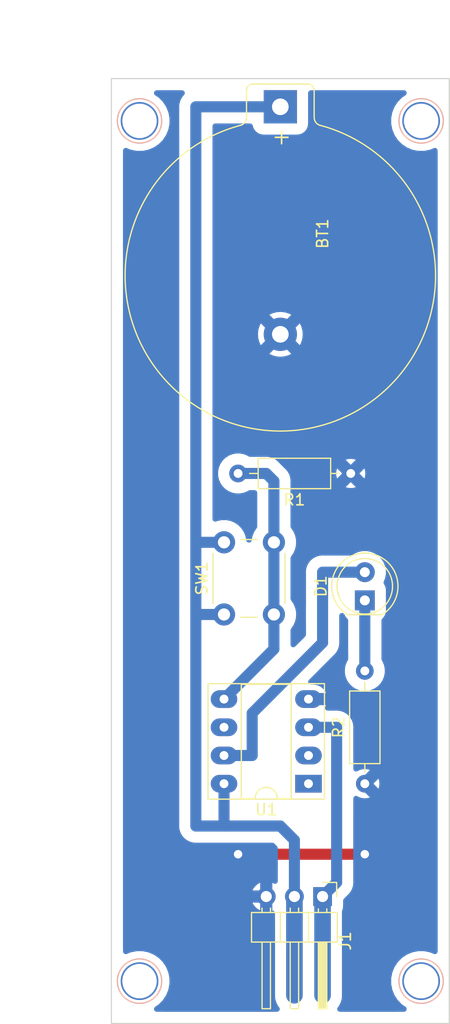
<source format=kicad_pcb>
(kicad_pcb (version 20171130) (host pcbnew 5.1.9-73d0e3b20d~88~ubuntu20.04.1)

  (general
    (thickness 1.6)
    (drawings 18)
    (tracks 37)
    (zones 0)
    (modules 7)
    (nets 10)
  )

  (page A4)
  (layers
    (0 F.Cu signal)
    (31 B.Cu signal)
    (32 B.Adhes user)
    (33 F.Adhes user)
    (34 B.Paste user)
    (35 F.Paste user)
    (36 B.SilkS user)
    (37 F.SilkS user)
    (38 B.Mask user)
    (39 F.Mask user)
    (40 Dwgs.User user)
    (41 Cmts.User user)
    (42 Eco1.User user)
    (43 Eco2.User user)
    (44 Edge.Cuts user)
    (45 Margin user)
    (46 B.CrtYd user)
    (47 F.CrtYd user)
    (48 B.Fab user)
    (49 F.Fab user)
  )

  (setup
    (last_trace_width 0.25)
    (user_trace_width 0.4)
    (user_trace_width 0.6)
    (user_trace_width 1)
    (user_trace_width 1.2)
    (trace_clearance 0.2)
    (zone_clearance 0.508)
    (zone_45_only no)
    (trace_min 0.2)
    (via_size 0.8)
    (via_drill 0.4)
    (via_min_size 0.4)
    (via_min_drill 0.3)
    (user_via 0.99 0.5)
    (user_via 1.524 0.76)
    (user_via 3.4 3.1)
    (user_via 4.4 4)
    (uvia_size 0.3)
    (uvia_drill 0.1)
    (uvias_allowed no)
    (uvia_min_size 0.2)
    (uvia_min_drill 0.1)
    (edge_width 0.05)
    (segment_width 0.2)
    (pcb_text_width 0.3)
    (pcb_text_size 1.5 1.5)
    (mod_edge_width 0.12)
    (mod_text_size 1 1)
    (mod_text_width 0.15)
    (pad_size 1.524 1.524)
    (pad_drill 0.762)
    (pad_to_mask_clearance 0.05)
    (aux_axis_origin 127 72.39)
    (grid_origin 127 72.39)
    (visible_elements FFFFFF7F)
    (pcbplotparams
      (layerselection 0x01000_ffffffff)
      (usegerberextensions false)
      (usegerberattributes true)
      (usegerberadvancedattributes true)
      (creategerberjobfile true)
      (excludeedgelayer true)
      (linewidth 0.100000)
      (plotframeref false)
      (viasonmask false)
      (mode 1)
      (useauxorigin false)
      (hpglpennumber 1)
      (hpglpenspeed 20)
      (hpglpendiameter 15.000000)
      (psnegative false)
      (psa4output false)
      (plotreference true)
      (plotvalue true)
      (plotinvisibletext false)
      (padsonsilk false)
      (subtractmaskfromsilk false)
      (outputformat 1)
      (mirror false)
      (drillshape 0)
      (scaleselection 1)
      (outputdirectory ""))
  )

  (net 0 "")
  (net 1 GND)
  (net 2 VCC)
  (net 3 "Net-(D1-Pad1)")
  (net 4 "Net-(D1-Pad2)")
  (net 5 /S)
  (net 6 "Net-(R1-Pad2)")
  (net 7 "Net-(U1-Pad1)")
  (net 8 "Net-(U1-Pad2)")
  (net 9 "Net-(U1-Pad6)")

  (net_class Default "Esta es la clase de red por defecto."
    (clearance 0.2)
    (trace_width 0.25)
    (via_dia 0.8)
    (via_drill 0.4)
    (uvia_dia 0.3)
    (uvia_drill 0.1)
    (add_net /S)
    (add_net GND)
    (add_net "Net-(D1-Pad1)")
    (add_net "Net-(D1-Pad2)")
    (add_net "Net-(R1-Pad2)")
    (add_net "Net-(U1-Pad1)")
    (add_net "Net-(U1-Pad2)")
    (add_net "Net-(U1-Pad6)")
    (add_net VCC)
  )

  (module Connector_PinHeader_2.54mm:PinHeader_1x03_P2.54mm_Horizontal (layer F.Cu) (tedit 59FED5CB) (tstamp 5FEAFA53)
    (at 146.05 146.05 270)
    (descr "Through hole angled pin header, 1x03, 2.54mm pitch, 6mm pin length, single row")
    (tags "Through hole angled pin header THT 1x03 2.54mm single row")
    (path /5FEA4EB7)
    (fp_text reference J1 (at 4 -2.05 90) (layer F.SilkS)
      (effects (font (size 1 1) (thickness 0.15)))
    )
    (fp_text value KY005 (at 4 7.62 90) (layer F.Fab)
      (effects (font (size 1 1) (thickness 0.15)))
    )
    (fp_line (start 2.135 -1.27) (end 4.04 -1.27) (layer F.Fab) (width 0.1))
    (fp_line (start 4.04 -1.27) (end 4.04 6.35) (layer F.Fab) (width 0.1))
    (fp_line (start 4.04 6.35) (end 1.5 6.35) (layer F.Fab) (width 0.1))
    (fp_line (start 1.5 6.35) (end 1.5 -0.635) (layer F.Fab) (width 0.1))
    (fp_line (start 1.5 -0.635) (end 2.135 -1.27) (layer F.Fab) (width 0.1))
    (fp_line (start -0.32 -0.32) (end 1.5 -0.32) (layer F.Fab) (width 0.1))
    (fp_line (start -0.32 -0.32) (end -0.32 0.32) (layer F.Fab) (width 0.1))
    (fp_line (start -0.32 0.32) (end 1.5 0.32) (layer F.Fab) (width 0.1))
    (fp_line (start 4.04 -0.32) (end 10.04 -0.32) (layer F.Fab) (width 0.1))
    (fp_line (start 10.04 -0.32) (end 10.04 0.32) (layer F.Fab) (width 0.1))
    (fp_line (start 4.04 0.32) (end 10.04 0.32) (layer F.Fab) (width 0.1))
    (fp_line (start -0.32 2.22) (end 1.5 2.22) (layer F.Fab) (width 0.1))
    (fp_line (start -0.32 2.22) (end -0.32 2.86) (layer F.Fab) (width 0.1))
    (fp_line (start -0.32 2.86) (end 1.5 2.86) (layer F.Fab) (width 0.1))
    (fp_line (start 4.04 2.22) (end 10.04 2.22) (layer F.Fab) (width 0.1))
    (fp_line (start 10.04 2.22) (end 10.04 2.86) (layer F.Fab) (width 0.1))
    (fp_line (start 4.04 2.86) (end 10.04 2.86) (layer F.Fab) (width 0.1))
    (fp_line (start -0.32 4.76) (end 1.5 4.76) (layer F.Fab) (width 0.1))
    (fp_line (start -0.32 4.76) (end -0.32 5.4) (layer F.Fab) (width 0.1))
    (fp_line (start -0.32 5.4) (end 1.5 5.4) (layer F.Fab) (width 0.1))
    (fp_line (start 4.04 4.76) (end 10.04 4.76) (layer F.Fab) (width 0.1))
    (fp_line (start 10.04 4.76) (end 10.04 5.4) (layer F.Fab) (width 0.1))
    (fp_line (start 4.04 5.4) (end 10.04 5.4) (layer F.Fab) (width 0.1))
    (fp_line (start 1.44 -1.33) (end 1.44 6.41) (layer F.SilkS) (width 0.12))
    (fp_line (start 1.44 6.41) (end 4.1 6.41) (layer F.SilkS) (width 0.12))
    (fp_line (start 4.1 6.41) (end 4.1 -1.33) (layer F.SilkS) (width 0.12))
    (fp_line (start 4.1 -1.33) (end 1.44 -1.33) (layer F.SilkS) (width 0.12))
    (fp_line (start 4.1 -0.38) (end 10.1 -0.38) (layer F.SilkS) (width 0.12))
    (fp_line (start 10.1 -0.38) (end 10.1 0.38) (layer F.SilkS) (width 0.12))
    (fp_line (start 10.1 0.38) (end 4.1 0.38) (layer F.SilkS) (width 0.12))
    (fp_line (start 4.1 -0.32) (end 10.1 -0.32) (layer F.SilkS) (width 0.12))
    (fp_line (start 4.1 -0.2) (end 10.1 -0.2) (layer F.SilkS) (width 0.12))
    (fp_line (start 4.1 -0.08) (end 10.1 -0.08) (layer F.SilkS) (width 0.12))
    (fp_line (start 4.1 0.04) (end 10.1 0.04) (layer F.SilkS) (width 0.12))
    (fp_line (start 4.1 0.16) (end 10.1 0.16) (layer F.SilkS) (width 0.12))
    (fp_line (start 4.1 0.28) (end 10.1 0.28) (layer F.SilkS) (width 0.12))
    (fp_line (start 1.11 -0.38) (end 1.44 -0.38) (layer F.SilkS) (width 0.12))
    (fp_line (start 1.11 0.38) (end 1.44 0.38) (layer F.SilkS) (width 0.12))
    (fp_line (start 1.44 1.27) (end 4.1 1.27) (layer F.SilkS) (width 0.12))
    (fp_line (start 4.1 2.16) (end 10.1 2.16) (layer F.SilkS) (width 0.12))
    (fp_line (start 10.1 2.16) (end 10.1 2.92) (layer F.SilkS) (width 0.12))
    (fp_line (start 10.1 2.92) (end 4.1 2.92) (layer F.SilkS) (width 0.12))
    (fp_line (start 1.042929 2.16) (end 1.44 2.16) (layer F.SilkS) (width 0.12))
    (fp_line (start 1.042929 2.92) (end 1.44 2.92) (layer F.SilkS) (width 0.12))
    (fp_line (start 1.44 3.81) (end 4.1 3.81) (layer F.SilkS) (width 0.12))
    (fp_line (start 4.1 4.7) (end 10.1 4.7) (layer F.SilkS) (width 0.12))
    (fp_line (start 10.1 4.7) (end 10.1 5.46) (layer F.SilkS) (width 0.12))
    (fp_line (start 10.1 5.46) (end 4.1 5.46) (layer F.SilkS) (width 0.12))
    (fp_line (start 1.042929 4.7) (end 1.44 4.7) (layer F.SilkS) (width 0.12))
    (fp_line (start 1.042929 5.46) (end 1.44 5.46) (layer F.SilkS) (width 0.12))
    (fp_line (start -1.27 0) (end -1.27 -1.27) (layer F.SilkS) (width 0.12))
    (fp_line (start -1.27 -1.27) (end 0 -1.27) (layer F.SilkS) (width 0.12))
    (fp_line (start -1.8 -1.8) (end -1.8 6.85) (layer F.CrtYd) (width 0.05))
    (fp_line (start -1.8 6.85) (end 10.55 6.85) (layer F.CrtYd) (width 0.05))
    (fp_line (start 10.55 6.85) (end 10.55 -1.8) (layer F.CrtYd) (width 0.05))
    (fp_line (start 10.55 -1.8) (end -1.8 -1.8) (layer F.CrtYd) (width 0.05))
    (fp_text user %R (at 2.54 4.5) (layer F.Fab)
      (effects (font (size 1 1) (thickness 0.15)))
    )
    (pad 3 thru_hole oval (at 0 5.08 270) (size 1.7 1.7) (drill 1) (layers *.Cu *.Mask)
      (net 1 GND))
    (pad 2 thru_hole oval (at 0 2.54 270) (size 1.7 1.7) (drill 1) (layers *.Cu *.Mask)
      (net 2 VCC))
    (pad 1 thru_hole rect (at 0 0 270) (size 1.7 1.7) (drill 1) (layers *.Cu *.Mask)
      (net 5 /S))
    (model ${KISYS3DMOD}/Connector_PinHeader_2.54mm.3dshapes/PinHeader_1x03_P2.54mm_Horizontal.wrl
      (at (xyz 0 0 0))
      (scale (xyz 1 1 1))
      (rotate (xyz 0 0 0))
    )
  )

  (module Battery:BatteryHolder_Keystone_106_1x20mm (layer F.Cu) (tedit 5787C377) (tstamp 5FEAFA0C)
    (at 142.24 74.93 270)
    (descr http://www.keyelco.com/product-pdf.cfm?p=720)
    (tags "Keystone type 106 battery holder")
    (path /5FEB3833)
    (fp_text reference BT1 (at 11.43 -3.81 90) (layer F.SilkS)
      (effects (font (size 1 1) (thickness 0.15)))
    )
    (fp_text value Battery_Cell (at 15.24 -7.62 90) (layer F.Fab)
      (effects (font (size 1 1) (thickness 0.15)))
    )
    (fp_line (start 0.95 -3.05) (end -1.5 -3.05) (layer F.SilkS) (width 0.12))
    (fp_line (start -1.5 3.05) (end 0.95 3.05) (layer F.SilkS) (width 0.12))
    (fp_line (start -2.05 -2.5) (end -2.05 2.5) (layer F.SilkS) (width 0.12))
    (fp_line (start 0.95 -2.9) (end -1.5 -2.9) (layer F.Fab) (width 0.1))
    (fp_line (start -1.5 2.9) (end 0.95 2.9) (layer F.Fab) (width 0.1))
    (fp_line (start -2.3 -2.5) (end -2.3 2.5) (layer F.CrtYd) (width 0.05))
    (fp_line (start 0.95 -3.3) (end -1.5 -3.3) (layer F.CrtYd) (width 0.05))
    (fp_line (start -1.5 3.3) (end 0.95 3.3) (layer F.CrtYd) (width 0.05))
    (fp_line (start -1.9 -2.5) (end -1.9 2.5) (layer F.Fab) (width 0.1))
    (fp_line (start 0 1.3) (end 16.2 1.3) (layer F.Fab) (width 0.1))
    (fp_line (start 16.2 -1.3) (end 0 -1.3) (layer F.Fab) (width 0.1))
    (fp_line (start 0 -1.3) (end 0 1.3) (layer F.Fab) (width 0.1))
    (fp_line (start 22.6441 6.858) (end 25.35 9.3734) (layer F.Fab) (width 0.1))
    (fp_line (start 22.6568 -6.858) (end 25.3419 -9.4288) (layer F.Fab) (width 0.1))
    (fp_arc (start -1.5 -2.5) (end -1.9 -2.5) (angle 90) (layer F.Fab) (width 0.1))
    (fp_arc (start -1.5 2.5) (end -2.3 2.5) (angle -90) (layer F.CrtYd) (width 0.05))
    (fp_arc (start 16.2 0) (end 16.2 -1.3) (angle 180) (layer F.Fab) (width 0.1))
    (fp_arc (start 0.95 -3.8) (end 0.95 -3.3) (angle -70) (layer F.CrtYd) (width 0.05))
    (fp_arc (start 15.2 0) (end 5.18 -1.3) (angle 180) (layer F.Fab) (width 0.1))
    (fp_arc (start 15.2 0) (end 9 -1.3) (angle 170) (layer F.Fab) (width 0.1))
    (fp_arc (start 15.2 0) (end 13.3 -1.3) (angle 150) (layer F.Fab) (width 0.1))
    (fp_arc (start 15.2 0) (end 13.3 1.3) (angle -150) (layer F.Fab) (width 0.1))
    (fp_arc (start 15.2 0) (end 9 1.3) (angle -170) (layer F.Fab) (width 0.1))
    (fp_arc (start 15.2 0) (end 5.18 1.3) (angle -180) (layer F.Fab) (width 0.1))
    (fp_arc (start 15.2 0) (end 1.41 -3.6) (angle 165.5) (layer F.CrtYd) (width 0.05))
    (fp_arc (start 15.2 0) (end 1.41 3.6) (angle -165.5) (layer F.CrtYd) (width 0.05))
    (fp_arc (start 0.95 3.8) (end 0.95 3.3) (angle 70) (layer F.CrtYd) (width 0.05))
    (fp_arc (start -1.5 -2.5) (end -2.3 -2.5) (angle 90) (layer F.CrtYd) (width 0.05))
    (fp_arc (start -1.5 2.5) (end -1.9 2.5) (angle -90) (layer F.Fab) (width 0.1))
    (fp_arc (start -1.5 2.5) (end -2.05 2.5) (angle -90) (layer F.SilkS) (width 0.12))
    (fp_arc (start -1.5 -2.5) (end -2.05 -2.5) (angle 90) (layer F.SilkS) (width 0.12))
    (fp_arc (start 0.95 -3.8) (end 0.95 -2.9) (angle -70) (layer F.Fab) (width 0.1))
    (fp_arc (start 0.95 -3.8) (end 0.95 -3.05) (angle -70) (layer F.SilkS) (width 0.12))
    (fp_arc (start 0.95 3.8) (end 0.95 2.9) (angle 70) (layer F.Fab) (width 0.1))
    (fp_arc (start 0.95 3.8) (end 0.95 3.05) (angle 70) (layer F.SilkS) (width 0.12))
    (fp_arc (start 15.2 0) (end 1.8 -3.5) (angle 165.5) (layer F.Fab) (width 0.1))
    (fp_arc (start 15.2 0) (end 1.65 -3.52) (angle 165.5) (layer F.SilkS) (width 0.12))
    (fp_arc (start 15.2 0) (end 1.8 3.5) (angle -165.5) (layer F.Fab) (width 0.1))
    (fp_arc (start 15.2 0) (end 1.65 3.52) (angle -165.5) (layer F.SilkS) (width 0.12))
    (fp_text user %R (at 0 0 90) (layer F.Fab)
      (effects (font (size 1 1) (thickness 0.15)))
    )
    (fp_text user + (at 2.75 0 90) (layer F.SilkS)
      (effects (font (size 1.5 1.5) (thickness 0.15)))
    )
    (pad 1 thru_hole rect (at 0 0 270) (size 3 3) (drill 1.5) (layers *.Cu *.Mask)
      (net 2 VCC))
    (pad 2 thru_hole circle (at 20.49 0 270) (size 3 3) (drill 1.5) (layers *.Cu *.Mask)
      (net 1 GND))
    (model ${KISYS3DMOD}/Battery.3dshapes/BatteryHolder_Keystone_106_1x20mm.wrl
      (at (xyz 0 0 0))
      (scale (xyz 1 1 1))
      (rotate (xyz 0 0 0))
    )
  )

  (module LED_THT:LED_D5.0mm (layer F.Cu) (tedit 5995936A) (tstamp 5FEAFA1E)
    (at 149.86 119.38 90)
    (descr "LED, diameter 5.0mm, 2 pins, http://cdn-reichelt.de/documents/datenblatt/A500/LL-504BC2E-009.pdf")
    (tags "LED diameter 5.0mm 2 pins")
    (path /5FEA59AB)
    (fp_text reference D1 (at 1.27 -3.96 90) (layer F.SilkS)
      (effects (font (size 1 1) (thickness 0.15)))
    )
    (fp_text value LED (at 1.27 3.96 90) (layer F.Fab)
      (effects (font (size 1 1) (thickness 0.15)))
    )
    (fp_circle (center 1.27 0) (end 3.77 0) (layer F.Fab) (width 0.1))
    (fp_circle (center 1.27 0) (end 3.77 0) (layer F.SilkS) (width 0.12))
    (fp_line (start -1.23 -1.469694) (end -1.23 1.469694) (layer F.Fab) (width 0.1))
    (fp_line (start -1.29 -1.545) (end -1.29 1.545) (layer F.SilkS) (width 0.12))
    (fp_line (start -1.95 -3.25) (end -1.95 3.25) (layer F.CrtYd) (width 0.05))
    (fp_line (start -1.95 3.25) (end 4.5 3.25) (layer F.CrtYd) (width 0.05))
    (fp_line (start 4.5 3.25) (end 4.5 -3.25) (layer F.CrtYd) (width 0.05))
    (fp_line (start 4.5 -3.25) (end -1.95 -3.25) (layer F.CrtYd) (width 0.05))
    (fp_text user %R (at 1.25 0 90) (layer F.Fab)
      (effects (font (size 0.8 0.8) (thickness 0.2)))
    )
    (fp_arc (start 1.27 0) (end -1.29 1.54483) (angle -148.9) (layer F.SilkS) (width 0.12))
    (fp_arc (start 1.27 0) (end -1.29 -1.54483) (angle 148.9) (layer F.SilkS) (width 0.12))
    (fp_arc (start 1.27 0) (end -1.23 -1.469694) (angle 299.1) (layer F.Fab) (width 0.1))
    (pad 2 thru_hole circle (at 2.54 0 90) (size 1.8 1.8) (drill 0.9) (layers *.Cu *.Mask)
      (net 4 "Net-(D1-Pad2)"))
    (pad 1 thru_hole rect (at 0 0 90) (size 1.8 1.8) (drill 0.9) (layers *.Cu *.Mask)
      (net 3 "Net-(D1-Pad1)"))
    (model ${KISYS3DMOD}/LED_THT.3dshapes/LED_D5.0mm.wrl
      (at (xyz 0 0 0))
      (scale (xyz 1 1 1))
      (rotate (xyz 0 0 0))
    )
  )

  (module Resistor_THT:R_Axial_DIN0207_L6.3mm_D2.5mm_P10.16mm_Horizontal (layer F.Cu) (tedit 5AE5139B) (tstamp 5FEAFEC5)
    (at 148.59 107.95 180)
    (descr "Resistor, Axial_DIN0207 series, Axial, Horizontal, pin pitch=10.16mm, 0.25W = 1/4W, length*diameter=6.3*2.5mm^2, http://cdn-reichelt.de/documents/datenblatt/B400/1_4W%23YAG.pdf")
    (tags "Resistor Axial_DIN0207 series Axial Horizontal pin pitch 10.16mm 0.25W = 1/4W length 6.3mm diameter 2.5mm")
    (path /5FEA21F5)
    (fp_text reference R1 (at 5.08 -2.37) (layer F.SilkS)
      (effects (font (size 1 1) (thickness 0.15)))
    )
    (fp_text value 10K (at 5.08 2.37) (layer F.Fab)
      (effects (font (size 1 1) (thickness 0.15)))
    )
    (fp_line (start 11.21 -1.5) (end -1.05 -1.5) (layer F.CrtYd) (width 0.05))
    (fp_line (start 11.21 1.5) (end 11.21 -1.5) (layer F.CrtYd) (width 0.05))
    (fp_line (start -1.05 1.5) (end 11.21 1.5) (layer F.CrtYd) (width 0.05))
    (fp_line (start -1.05 -1.5) (end -1.05 1.5) (layer F.CrtYd) (width 0.05))
    (fp_line (start 9.12 0) (end 8.35 0) (layer F.SilkS) (width 0.12))
    (fp_line (start 1.04 0) (end 1.81 0) (layer F.SilkS) (width 0.12))
    (fp_line (start 8.35 -1.37) (end 1.81 -1.37) (layer F.SilkS) (width 0.12))
    (fp_line (start 8.35 1.37) (end 8.35 -1.37) (layer F.SilkS) (width 0.12))
    (fp_line (start 1.81 1.37) (end 8.35 1.37) (layer F.SilkS) (width 0.12))
    (fp_line (start 1.81 -1.37) (end 1.81 1.37) (layer F.SilkS) (width 0.12))
    (fp_line (start 10.16 0) (end 8.23 0) (layer F.Fab) (width 0.1))
    (fp_line (start 0 0) (end 1.93 0) (layer F.Fab) (width 0.1))
    (fp_line (start 8.23 -1.25) (end 1.93 -1.25) (layer F.Fab) (width 0.1))
    (fp_line (start 8.23 1.25) (end 8.23 -1.25) (layer F.Fab) (width 0.1))
    (fp_line (start 1.93 1.25) (end 8.23 1.25) (layer F.Fab) (width 0.1))
    (fp_line (start 1.93 -1.25) (end 1.93 1.25) (layer F.Fab) (width 0.1))
    (fp_text user %R (at 5.08 0.154999) (layer F.Fab)
      (effects (font (size 1 1) (thickness 0.15)))
    )
    (pad 1 thru_hole circle (at 0 0 180) (size 1.6 1.6) (drill 0.8) (layers *.Cu *.Mask)
      (net 1 GND))
    (pad 2 thru_hole oval (at 10.16 0 180) (size 1.6 1.6) (drill 0.8) (layers *.Cu *.Mask)
      (net 6 "Net-(R1-Pad2)"))
    (model ${KISYS3DMOD}/Resistor_THT.3dshapes/R_Axial_DIN0207_L6.3mm_D2.5mm_P10.16mm_Horizontal.wrl
      (at (xyz 0 0 0))
      (scale (xyz 1 1 1))
      (rotate (xyz 0 0 0))
    )
  )

  (module Resistor_THT:R_Axial_DIN0207_L6.3mm_D2.5mm_P10.16mm_Horizontal (layer F.Cu) (tedit 5AE5139B) (tstamp 5FEAFA81)
    (at 149.86 135.89 90)
    (descr "Resistor, Axial_DIN0207 series, Axial, Horizontal, pin pitch=10.16mm, 0.25W = 1/4W, length*diameter=6.3*2.5mm^2, http://cdn-reichelt.de/documents/datenblatt/B400/1_4W%23YAG.pdf")
    (tags "Resistor Axial_DIN0207 series Axial Horizontal pin pitch 10.16mm 0.25W = 1/4W length 6.3mm diameter 2.5mm")
    (path /5FEA2489)
    (fp_text reference R2 (at 5.08 -2.37 90) (layer F.SilkS)
      (effects (font (size 1 1) (thickness 0.15)))
    )
    (fp_text value 220Ohm (at 5.08 2.37 90) (layer F.Fab)
      (effects (font (size 1 1) (thickness 0.15)))
    )
    (fp_line (start 11.21 -1.5) (end -1.05 -1.5) (layer F.CrtYd) (width 0.05))
    (fp_line (start 11.21 1.5) (end 11.21 -1.5) (layer F.CrtYd) (width 0.05))
    (fp_line (start -1.05 1.5) (end 11.21 1.5) (layer F.CrtYd) (width 0.05))
    (fp_line (start -1.05 -1.5) (end -1.05 1.5) (layer F.CrtYd) (width 0.05))
    (fp_line (start 9.12 0) (end 8.35 0) (layer F.SilkS) (width 0.12))
    (fp_line (start 1.04 0) (end 1.81 0) (layer F.SilkS) (width 0.12))
    (fp_line (start 8.35 -1.37) (end 1.81 -1.37) (layer F.SilkS) (width 0.12))
    (fp_line (start 8.35 1.37) (end 8.35 -1.37) (layer F.SilkS) (width 0.12))
    (fp_line (start 1.81 1.37) (end 8.35 1.37) (layer F.SilkS) (width 0.12))
    (fp_line (start 1.81 -1.37) (end 1.81 1.37) (layer F.SilkS) (width 0.12))
    (fp_line (start 10.16 0) (end 8.23 0) (layer F.Fab) (width 0.1))
    (fp_line (start 0 0) (end 1.93 0) (layer F.Fab) (width 0.1))
    (fp_line (start 8.23 -1.25) (end 1.93 -1.25) (layer F.Fab) (width 0.1))
    (fp_line (start 8.23 1.25) (end 8.23 -1.25) (layer F.Fab) (width 0.1))
    (fp_line (start 1.93 1.25) (end 8.23 1.25) (layer F.Fab) (width 0.1))
    (fp_line (start 1.93 -1.25) (end 1.93 1.25) (layer F.Fab) (width 0.1))
    (fp_text user %R (at 5.08 0 90) (layer F.Fab)
      (effects (font (size 1 1) (thickness 0.15)))
    )
    (pad 1 thru_hole circle (at 0 0 90) (size 1.6 1.6) (drill 0.8) (layers *.Cu *.Mask)
      (net 1 GND))
    (pad 2 thru_hole oval (at 10.16 0 90) (size 1.6 1.6) (drill 0.8) (layers *.Cu *.Mask)
      (net 3 "Net-(D1-Pad1)"))
    (model ${KISYS3DMOD}/Resistor_THT.3dshapes/R_Axial_DIN0207_L6.3mm_D2.5mm_P10.16mm_Horizontal.wrl
      (at (xyz 0 0 0))
      (scale (xyz 1 1 1))
      (rotate (xyz 0 0 0))
    )
  )

  (module Button_Switch_THT:SW_PUSH_6mm_H13mm (layer F.Cu) (tedit 5A02FE31) (tstamp 5FEAFAA0)
    (at 137.16 120.65 90)
    (descr "tactile push button, 6x6mm e.g. PHAP33xx series, height=13mm")
    (tags "tact sw push 6mm")
    (path /5FEA2A00)
    (fp_text reference SW1 (at 3.25 -2 90) (layer F.SilkS)
      (effects (font (size 1 1) (thickness 0.15)))
    )
    (fp_text value SW_Push (at 3.75 6.7 90) (layer F.Fab)
      (effects (font (size 1 1) (thickness 0.15)))
    )
    (fp_line (start 3.25 -0.75) (end 6.25 -0.75) (layer F.Fab) (width 0.1))
    (fp_line (start 6.25 -0.75) (end 6.25 5.25) (layer F.Fab) (width 0.1))
    (fp_line (start 6.25 5.25) (end 0.25 5.25) (layer F.Fab) (width 0.1))
    (fp_line (start 0.25 5.25) (end 0.25 -0.75) (layer F.Fab) (width 0.1))
    (fp_line (start 0.25 -0.75) (end 3.25 -0.75) (layer F.Fab) (width 0.1))
    (fp_line (start 7.75 6) (end 8 6) (layer F.CrtYd) (width 0.05))
    (fp_line (start 8 6) (end 8 5.75) (layer F.CrtYd) (width 0.05))
    (fp_line (start 7.75 -1.5) (end 8 -1.5) (layer F.CrtYd) (width 0.05))
    (fp_line (start 8 -1.5) (end 8 -1.25) (layer F.CrtYd) (width 0.05))
    (fp_line (start -1.5 -1.25) (end -1.5 -1.5) (layer F.CrtYd) (width 0.05))
    (fp_line (start -1.5 -1.5) (end -1.25 -1.5) (layer F.CrtYd) (width 0.05))
    (fp_line (start -1.5 5.75) (end -1.5 6) (layer F.CrtYd) (width 0.05))
    (fp_line (start -1.5 6) (end -1.25 6) (layer F.CrtYd) (width 0.05))
    (fp_line (start -1.25 -1.5) (end 7.75 -1.5) (layer F.CrtYd) (width 0.05))
    (fp_line (start -1.5 5.75) (end -1.5 -1.25) (layer F.CrtYd) (width 0.05))
    (fp_line (start 7.75 6) (end -1.25 6) (layer F.CrtYd) (width 0.05))
    (fp_line (start 8 -1.25) (end 8 5.75) (layer F.CrtYd) (width 0.05))
    (fp_line (start 1 5.5) (end 5.5 5.5) (layer F.SilkS) (width 0.12))
    (fp_line (start -0.25 1.5) (end -0.25 3) (layer F.SilkS) (width 0.12))
    (fp_line (start 5.5 -1) (end 1 -1) (layer F.SilkS) (width 0.12))
    (fp_line (start 6.75 3) (end 6.75 1.5) (layer F.SilkS) (width 0.12))
    (fp_circle (center 3.25 2.25) (end 1.25 2.5) (layer F.Fab) (width 0.1))
    (fp_text user %R (at 3.25 2.25 90) (layer F.Fab)
      (effects (font (size 1 1) (thickness 0.15)))
    )
    (pad 1 thru_hole circle (at 6.5 0 180) (size 2 2) (drill 1.1) (layers *.Cu *.Mask)
      (net 2 VCC))
    (pad 2 thru_hole circle (at 6.5 4.5 180) (size 2 2) (drill 1.1) (layers *.Cu *.Mask)
      (net 6 "Net-(R1-Pad2)"))
    (pad 1 thru_hole circle (at 0 0 180) (size 2 2) (drill 1.1) (layers *.Cu *.Mask)
      (net 2 VCC))
    (pad 2 thru_hole circle (at 0 4.5 180) (size 2 2) (drill 1.1) (layers *.Cu *.Mask)
      (net 6 "Net-(R1-Pad2)"))
    (model ${KISYS3DMOD}/Button_Switch_THT.3dshapes/SW_PUSH_6mm_H4.3mm.step
      (at (xyz 0 0 0))
      (scale (xyz 1 1 1))
      (rotate (xyz 0 0 0))
    )
  )

  (module Package_DIP:DIP-8_W7.62mm_Socket_LongPads (layer F.Cu) (tedit 5A02E8C5) (tstamp 5FEAFAC4)
    (at 144.78 135.89 180)
    (descr "8-lead though-hole mounted DIP package, row spacing 7.62 mm (300 mils), Socket, LongPads")
    (tags "THT DIP DIL PDIP 2.54mm 7.62mm 300mil Socket LongPads")
    (path /5FEA0327)
    (fp_text reference U1 (at 3.81 -2.33) (layer F.SilkS)
      (effects (font (size 1 1) (thickness 0.15)))
    )
    (fp_text value ATtiny85V-10SU (at 3.81 9.95) (layer F.Fab)
      (effects (font (size 1 1) (thickness 0.15)))
    )
    (fp_line (start 1.635 -1.27) (end 6.985 -1.27) (layer F.Fab) (width 0.1))
    (fp_line (start 6.985 -1.27) (end 6.985 8.89) (layer F.Fab) (width 0.1))
    (fp_line (start 6.985 8.89) (end 0.635 8.89) (layer F.Fab) (width 0.1))
    (fp_line (start 0.635 8.89) (end 0.635 -0.27) (layer F.Fab) (width 0.1))
    (fp_line (start 0.635 -0.27) (end 1.635 -1.27) (layer F.Fab) (width 0.1))
    (fp_line (start -1.27 -1.33) (end -1.27 8.95) (layer F.Fab) (width 0.1))
    (fp_line (start -1.27 8.95) (end 8.89 8.95) (layer F.Fab) (width 0.1))
    (fp_line (start 8.89 8.95) (end 8.89 -1.33) (layer F.Fab) (width 0.1))
    (fp_line (start 8.89 -1.33) (end -1.27 -1.33) (layer F.Fab) (width 0.1))
    (fp_line (start 2.81 -1.33) (end 1.56 -1.33) (layer F.SilkS) (width 0.12))
    (fp_line (start 1.56 -1.33) (end 1.56 8.95) (layer F.SilkS) (width 0.12))
    (fp_line (start 1.56 8.95) (end 6.06 8.95) (layer F.SilkS) (width 0.12))
    (fp_line (start 6.06 8.95) (end 6.06 -1.33) (layer F.SilkS) (width 0.12))
    (fp_line (start 6.06 -1.33) (end 4.81 -1.33) (layer F.SilkS) (width 0.12))
    (fp_line (start -1.44 -1.39) (end -1.44 9.01) (layer F.SilkS) (width 0.12))
    (fp_line (start -1.44 9.01) (end 9.06 9.01) (layer F.SilkS) (width 0.12))
    (fp_line (start 9.06 9.01) (end 9.06 -1.39) (layer F.SilkS) (width 0.12))
    (fp_line (start 9.06 -1.39) (end -1.44 -1.39) (layer F.SilkS) (width 0.12))
    (fp_line (start -1.55 -1.6) (end -1.55 9.2) (layer F.CrtYd) (width 0.05))
    (fp_line (start -1.55 9.2) (end 9.15 9.2) (layer F.CrtYd) (width 0.05))
    (fp_line (start 9.15 9.2) (end 9.15 -1.6) (layer F.CrtYd) (width 0.05))
    (fp_line (start 9.15 -1.6) (end -1.55 -1.6) (layer F.CrtYd) (width 0.05))
    (fp_text user %R (at 3.81 3.81) (layer F.Fab)
      (effects (font (size 1 1) (thickness 0.15)))
    )
    (fp_arc (start 3.81 -1.33) (end 2.81 -1.33) (angle -180) (layer F.SilkS) (width 0.12))
    (pad 8 thru_hole oval (at 7.62 0 180) (size 2.4 1.6) (drill 0.8) (layers *.Cu *.Mask)
      (net 2 VCC))
    (pad 4 thru_hole oval (at 0 7.62 180) (size 2.4 1.6) (drill 0.8) (layers *.Cu *.Mask)
      (net 1 GND))
    (pad 7 thru_hole oval (at 7.62 2.54 180) (size 2.4 1.6) (drill 0.8) (layers *.Cu *.Mask)
      (net 4 "Net-(D1-Pad2)"))
    (pad 3 thru_hole oval (at 0 5.08 180) (size 2.4 1.6) (drill 0.8) (layers *.Cu *.Mask)
      (net 5 /S))
    (pad 6 thru_hole oval (at 7.62 5.08 180) (size 2.4 1.6) (drill 0.8) (layers *.Cu *.Mask)
      (net 9 "Net-(U1-Pad6)"))
    (pad 2 thru_hole oval (at 0 2.54 180) (size 2.4 1.6) (drill 0.8) (layers *.Cu *.Mask)
      (net 8 "Net-(U1-Pad2)"))
    (pad 5 thru_hole oval (at 7.62 7.62 180) (size 2.4 1.6) (drill 0.8) (layers *.Cu *.Mask)
      (net 6 "Net-(R1-Pad2)"))
    (pad 1 thru_hole rect (at 0 0 180) (size 2.4 1.6) (drill 0.8) (layers *.Cu *.Mask)
      (net 7 "Net-(U1-Pad1)"))
    (model ${KISYS3DMOD}/Package_DIP.3dshapes/DIP-8_W7.62mm_Socket.wrl
      (at (xyz 0 0 0))
      (scale (xyz 1 1 1))
      (rotate (xyz 0 0 0))
    )
  )

  (dimension 30.48 (width 0.15) (layer Dwgs.User)
    (gr_text "30,480 mm" (at 142.24 66.01) (layer Dwgs.User)
      (effects (font (size 1 1) (thickness 0.15)))
    )
    (feature1 (pts (xy 157.48 72.39) (xy 157.48 66.723579)))
    (feature2 (pts (xy 127 72.39) (xy 127 66.723579)))
    (crossbar (pts (xy 127 67.31) (xy 157.48 67.31)))
    (arrow1a (pts (xy 157.48 67.31) (xy 156.353496 67.896421)))
    (arrow1b (pts (xy 157.48 67.31) (xy 156.353496 66.723579)))
    (arrow2a (pts (xy 127 67.31) (xy 128.126504 67.896421)))
    (arrow2b (pts (xy 127 67.31) (xy 128.126504 66.723579)))
  )
  (dimension 85.09 (width 0.15) (layer Dwgs.User)
    (gr_text "85,090 mm" (at 120.62 114.935 90) (layer Dwgs.User)
      (effects (font (size 1 1) (thickness 0.15)))
    )
    (feature1 (pts (xy 127 72.39) (xy 121.333579 72.39)))
    (feature2 (pts (xy 127 157.48) (xy 121.333579 157.48)))
    (crossbar (pts (xy 121.92 157.48) (xy 121.92 72.39)))
    (arrow1a (pts (xy 121.92 72.39) (xy 122.506421 73.516504)))
    (arrow1b (pts (xy 121.92 72.39) (xy 121.333579 73.516504)))
    (arrow2a (pts (xy 121.92 157.48) (xy 122.506421 156.353496)))
    (arrow2b (pts (xy 121.92 157.48) (xy 121.333579 156.353496)))
  )
  (dimension 25.4 (width 0.15) (layer Dwgs.User)
    (gr_text "25,400 mm" (at 142.24 69.82) (layer Dwgs.User)
      (effects (font (size 1 1) (thickness 0.15)))
    )
    (feature1 (pts (xy 154.94 76.2) (xy 154.94 70.533579)))
    (feature2 (pts (xy 129.54 76.2) (xy 129.54 70.533579)))
    (crossbar (pts (xy 129.54 71.12) (xy 154.94 71.12)))
    (arrow1a (pts (xy 154.94 71.12) (xy 153.813496 71.706421)))
    (arrow1b (pts (xy 154.94 71.12) (xy 153.813496 70.533579)))
    (arrow2a (pts (xy 129.54 71.12) (xy 130.666504 71.706421)))
    (arrow2b (pts (xy 129.54 71.12) (xy 130.666504 70.533579)))
  )
  (dimension 77.47 (width 0.15) (layer Dwgs.User)
    (gr_text "77,470 mm" (at 124.43 114.935 90) (layer Dwgs.User)
      (effects (font (size 1 1) (thickness 0.15)))
    )
    (feature1 (pts (xy 129.54 76.2) (xy 125.143579 76.2)))
    (feature2 (pts (xy 129.54 153.67) (xy 125.143579 153.67)))
    (crossbar (pts (xy 125.73 153.67) (xy 125.73 76.2)))
    (arrow1a (pts (xy 125.73 76.2) (xy 126.316421 77.326504)))
    (arrow1b (pts (xy 125.73 76.2) (xy 125.143579 77.326504)))
    (arrow2a (pts (xy 125.73 153.67) (xy 126.316421 152.543496)))
    (arrow2b (pts (xy 125.73 153.67) (xy 125.143579 152.543496)))
  )
  (gr_circle (center 129.54 153.67) (end 130.81 153.67) (layer B.SilkS) (width 0.12) (tstamp 5FEB1451))
  (gr_circle (center 154.94 153.67) (end 156.21 153.67) (layer B.SilkS) (width 0.12) (tstamp 5FEB1451))
  (gr_circle (center 154.94 76.2) (end 156.21 76.2) (layer B.SilkS) (width 0.12) (tstamp 5FEB1451))
  (gr_circle (center 129.54 76.2) (end 130.81 76.2) (layer B.SilkS) (width 0.12))
  (gr_circle (center 129.54 153.67) (end 129.54 151.67) (layer B.SilkS) (width 0.12) (tstamp 5FEB144C))
  (gr_circle (center 154.94 153.67) (end 154.94 151.67) (layer B.SilkS) (width 0.12) (tstamp 5FEB144B))
  (gr_circle (center 154.94 76.2) (end 154.94 74.2) (layer B.SilkS) (width 0.12) (tstamp 5FEB143D))
  (gr_circle (center 129.54 76.2) (end 129.54 74.2) (layer B.SilkS) (width 0.12))
  (gr_line (start 127 72.39) (end 157.48 72.39) (layer Edge.Cuts) (width 0.1))
  (gr_line (start 127 157.48) (end 127 72.39) (layer Edge.Cuts) (width 0.1))
  (gr_line (start 157.48 157.48) (end 127 157.48) (layer Edge.Cuts) (width 0.1))
  (gr_line (start 157.48 72.39) (end 157.48 157.48) (layer Edge.Cuts) (width 0.1))
  (gr_text "28/12/2020\nAurelio Gallardo" (at 135.89 149.86 90) (layer B.Mask)
    (effects (font (size 1 1) (thickness 0.15)) (justify mirror))
  )
  (gr_text "Emisor LED - mando a distancia un solo botón" (at 132.08 121.92 90) (layer B.Mask)
    (effects (font (size 1 1) (thickness 0.15)) (justify mirror))
  )

  (via (at 129.54 76.2) (size 3.4) (drill 3.1) (layers F.Cu B.Cu) (net 0))
  (via (at 154.94 76.2) (size 3.4) (drill 3.1) (layers F.Cu B.Cu) (net 0))
  (via (at 154.94 153.67) (size 3.4) (drill 3.1) (layers F.Cu B.Cu) (net 0))
  (via (at 129.54 153.67) (size 3.4) (drill 3.1) (layers F.Cu B.Cu) (net 0))
  (via (at 138.43 142.24) (size 1.524) (drill 0.76) (layers F.Cu B.Cu) (net 1))
  (segment (start 149.86 142.24) (end 149.86 142.24) (width 1) (layer B.Cu) (net 1) (tstamp 5FEB13E4))
  (via (at 149.86 142.24) (size 1.524) (drill 0.76) (layers F.Cu B.Cu) (net 1))
  (segment (start 138.43 142.24) (end 149.86 142.24) (width 1) (layer F.Cu) (net 1))
  (segment (start 142.24 74.93) (end 134.62 74.93) (width 1) (layer B.Cu) (net 2))
  (segment (start 134.77 114.15) (end 134.62 114.3) (width 1) (layer B.Cu) (net 2))
  (segment (start 137.16 114.15) (end 134.77 114.15) (width 1) (layer B.Cu) (net 2))
  (segment (start 134.62 74.93) (end 134.62 114.3) (width 1) (layer B.Cu) (net 2))
  (segment (start 137.16 120.65) (end 134.62 120.65) (width 1) (layer B.Cu) (net 2))
  (segment (start 134.62 120.65) (end 134.62 139.7) (width 1) (layer B.Cu) (net 2))
  (segment (start 134.62 114.3) (end 134.62 120.65) (width 1) (layer B.Cu) (net 2))
  (segment (start 137.16 135.89) (end 137.16 139.7) (width 1) (layer B.Cu) (net 2))
  (segment (start 134.62 139.7) (end 137.16 139.7) (width 1) (layer B.Cu) (net 2))
  (segment (start 143.51 140.97) (end 143.51 146.05) (width 1) (layer B.Cu) (net 2))
  (segment (start 142.24 139.7) (end 143.51 140.97) (width 1) (layer B.Cu) (net 2))
  (segment (start 137.16 139.7) (end 142.24 139.7) (width 1) (layer B.Cu) (net 2))
  (segment (start 143.51 146.05) (end 143.51 154.94) (width 1.5) (layer B.Cu) (net 2))
  (segment (start 149.86 125.73) (end 149.86 119.38) (width 1) (layer B.Cu) (net 3))
  (segment (start 146.05 116.84) (end 149.86 116.84) (width 1) (layer B.Cu) (net 4))
  (segment (start 139.7 133.35) (end 139.7 129.54) (width 1) (layer B.Cu) (net 4))
  (segment (start 146.05 123.19) (end 146.05 116.84) (width 1) (layer B.Cu) (net 4))
  (segment (start 139.7 129.54) (end 146.05 123.19) (width 1) (layer B.Cu) (net 4))
  (segment (start 137.16 133.35) (end 139.7 133.35) (width 1) (layer B.Cu) (net 4))
  (segment (start 147.32 130.81) (end 147.32 144.78) (width 1) (layer B.Cu) (net 5))
  (segment (start 147.32 144.78) (end 146.05 146.05) (width 1) (layer B.Cu) (net 5))
  (segment (start 144.78 130.81) (end 147.32 130.81) (width 1) (layer B.Cu) (net 5))
  (segment (start 146.05 146.05) (end 146.05 154.94) (width 1.5) (layer B.Cu) (net 5))
  (segment (start 138.43 107.95) (end 140.97 107.95) (width 1) (layer B.Cu) (net 6))
  (segment (start 141.66 108.64) (end 141.66 114.15) (width 1) (layer B.Cu) (net 6))
  (segment (start 140.97 107.95) (end 141.66 108.64) (width 1) (layer B.Cu) (net 6))
  (segment (start 141.66 114.15) (end 141.66 120.65) (width 1) (layer B.Cu) (net 6))
  (segment (start 141.66 123.77) (end 137.16 128.27) (width 1) (layer B.Cu) (net 6))
  (segment (start 141.66 120.65) (end 141.66 123.77) (width 1) (layer B.Cu) (net 6))

  (zone (net 1) (net_name GND) (layer B.Cu) (tstamp 5FF2201F) (hatch edge 0.508)
    (connect_pads (clearance 1))
    (min_thickness 0.5)
    (fill yes (arc_segments 32) (thermal_gap 0.508) (thermal_bridge_width 0.508) (smoothing fillet) (radius 2))
    (polygon
      (pts
        (xy 157.48 72.39) (xy 157.48 157.48) (xy 127 157.48) (xy 127 72.39)
      )
    )
    (filled_polygon
      (pts
        (xy 153.059484 73.908585) (xy 152.648585 74.319484) (xy 152.325744 74.802651) (xy 152.103367 75.339517) (xy 151.99 75.90945)
        (xy 151.99 76.49055) (xy 152.103367 77.060483) (xy 152.325744 77.597349) (xy 152.648585 78.080516) (xy 153.059484 78.491415)
        (xy 153.542651 78.814256) (xy 154.079517 79.036633) (xy 154.64945 79.15) (xy 155.23055 79.15) (xy 155.800483 79.036633)
        (xy 156.18 78.879432) (xy 156.180001 150.990568) (xy 155.800483 150.833367) (xy 155.23055 150.72) (xy 154.64945 150.72)
        (xy 154.079517 150.833367) (xy 153.542651 151.055744) (xy 153.059484 151.378585) (xy 152.648585 151.789484) (xy 152.325744 152.272651)
        (xy 152.103367 152.809517) (xy 151.99 153.37945) (xy 151.99 153.96055) (xy 152.103367 154.530483) (xy 152.325744 155.067349)
        (xy 152.648585 155.550516) (xy 153.059484 155.961415) (xy 153.38662 156.18) (xy 147.619645 156.18) (xy 147.720985 156.056517)
        (xy 147.906699 155.70907) (xy 148.021062 155.332069) (xy 148.05 155.038253) (xy 148.05 147.400195) (xy 148.060437 147.380669)
        (xy 148.131913 147.145043) (xy 148.156048 146.9) (xy 148.156048 146.418826) (xy 148.496649 146.078225) (xy 148.563424 146.023424)
        (xy 148.622248 145.951747) (xy 148.782112 145.756953) (xy 148.86897 145.594453) (xy 148.944612 145.452936) (xy 149.044679 145.12306)
        (xy 149.07 144.865968) (xy 149.07 144.865959) (xy 149.078466 144.780001) (xy 149.07 144.694043) (xy 149.07 137.232872)
        (xy 149.208207 137.313402) (xy 149.498423 137.413211) (xy 149.802534 137.454483) (xy 150.108854 137.435633) (xy 150.405611 137.357385)
        (xy 150.681399 137.222746) (xy 150.776961 137.158894) (xy 150.830173 136.86583) (xy 149.86 135.895657) (xy 149.845858 135.909799)
        (xy 149.840201 135.904142) (xy 149.854343 135.89) (xy 149.865657 135.89) (xy 150.83583 136.860173) (xy 151.128894 136.806961)
        (xy 151.283402 136.541793) (xy 151.383211 136.251577) (xy 151.424483 135.947466) (xy 151.405633 135.641146) (xy 151.327385 135.344389)
        (xy 151.192746 135.068601) (xy 151.128894 134.973039) (xy 150.83583 134.919827) (xy 149.865657 135.89) (xy 149.854343 135.89)
        (xy 149.840201 135.875858) (xy 149.845858 135.870201) (xy 149.86 135.884343) (xy 150.830173 134.91417) (xy 150.776961 134.621106)
        (xy 150.511793 134.466598) (xy 150.221577 134.366789) (xy 149.917466 134.325517) (xy 149.611146 134.344367) (xy 149.314389 134.422615)
        (xy 149.07 134.541925) (xy 149.07 130.895968) (xy 149.078467 130.81) (xy 149.044679 130.46694) (xy 148.944612 130.137064)
        (xy 148.782112 129.833048) (xy 148.563424 129.566576) (xy 148.296952 129.347888) (xy 147.992936 129.185388) (xy 147.66306 129.085321)
        (xy 147.405968 129.06) (xy 147.32 129.051533) (xy 147.234032 129.06) (xy 146.516033 129.06) (xy 146.620934 128.862526)
        (xy 146.708843 128.570029) (xy 146.718188 128.517675) (xy 146.548494 128.274) (xy 144.784 128.274) (xy 144.784 128.294)
        (xy 144.776 128.294) (xy 144.776 128.274) (xy 144.756 128.274) (xy 144.756 128.266) (xy 144.776 128.266)
        (xy 144.776 128.246) (xy 144.784 128.246) (xy 144.784 128.266) (xy 146.548494 128.266) (xy 146.718188 128.022325)
        (xy 146.708843 127.969971) (xy 146.620934 127.677474) (xy 146.477651 127.407747) (xy 146.2845 127.171156) (xy 146.048904 126.976793)
        (xy 145.779916 126.832127) (xy 145.487874 126.742717) (xy 145.184 126.712) (xy 145.002874 126.712) (xy 147.226651 124.488223)
        (xy 147.293424 124.433424) (xy 147.348225 124.366649) (xy 147.512112 124.166953) (xy 147.674611 123.862937) (xy 147.674612 123.862936)
        (xy 147.774679 123.53306) (xy 147.8 123.275968) (xy 147.8 123.275959) (xy 147.808466 123.190001) (xy 147.8 123.104043)
        (xy 147.8 120.761487) (xy 147.915634 120.977823) (xy 148.07184 121.16816) (xy 148.110001 121.199478) (xy 148.11 124.659158)
        (xy 148.043314 124.758961) (xy 147.88878 125.132037) (xy 147.81 125.528093) (xy 147.81 125.931907) (xy 147.88878 126.327963)
        (xy 148.043314 126.701039) (xy 148.267661 127.036799) (xy 148.553201 127.322339) (xy 148.888961 127.546686) (xy 149.262037 127.70122)
        (xy 149.658093 127.78) (xy 150.061907 127.78) (xy 150.457963 127.70122) (xy 150.831039 127.546686) (xy 151.166799 127.322339)
        (xy 151.452339 127.036799) (xy 151.676686 126.701039) (xy 151.83122 126.327963) (xy 151.91 125.931907) (xy 151.91 125.528093)
        (xy 151.83122 125.132037) (xy 151.676686 124.758961) (xy 151.61 124.659158) (xy 151.61 121.199477) (xy 151.64816 121.16816)
        (xy 151.804366 120.977823) (xy 151.920437 120.760669) (xy 151.991913 120.525043) (xy 152.016048 120.28) (xy 152.016048 118.48)
        (xy 151.991913 118.234957) (xy 151.920437 117.999331) (xy 151.804366 117.782177) (xy 151.799391 117.776115) (xy 151.927377 117.467132)
        (xy 152.01 117.051757) (xy 152.01 116.628243) (xy 151.927377 116.212868) (xy 151.765305 115.821593) (xy 151.530014 115.469455)
        (xy 151.230545 115.169986) (xy 150.878407 114.934695) (xy 150.487132 114.772623) (xy 150.071757 114.69) (xy 149.648243 114.69)
        (xy 149.232868 114.772623) (xy 148.841593 114.934695) (xy 148.609163 115.09) (xy 146.135968 115.09) (xy 146.05 115.081533)
        (xy 145.964032 115.09) (xy 145.70694 115.115321) (xy 145.377064 115.215388) (xy 145.073048 115.377888) (xy 144.806576 115.596576)
        (xy 144.587888 115.863048) (xy 144.425388 116.167064) (xy 144.325321 116.49694) (xy 144.291533 116.84) (xy 144.300001 116.925978)
        (xy 144.3 122.465126) (xy 143.41 123.355126) (xy 143.41 122.080833) (xy 143.653924 121.715775) (xy 143.823534 121.306301)
        (xy 143.91 120.871606) (xy 143.91 120.428394) (xy 143.823534 119.993699) (xy 143.653924 119.584225) (xy 143.41 119.219167)
        (xy 143.41 115.580833) (xy 143.653924 115.215775) (xy 143.823534 114.806301) (xy 143.91 114.371606) (xy 143.91 113.928394)
        (xy 143.823534 113.493699) (xy 143.653924 113.084225) (xy 143.41 112.719167) (xy 143.41 108.92583) (xy 147.619827 108.92583)
        (xy 147.673039 109.218894) (xy 147.938207 109.373402) (xy 148.228423 109.473211) (xy 148.532534 109.514483) (xy 148.838854 109.495633)
        (xy 149.135611 109.417385) (xy 149.411399 109.282746) (xy 149.506961 109.218894) (xy 149.560173 108.92583) (xy 148.59 107.955657)
        (xy 147.619827 108.92583) (xy 143.41 108.92583) (xy 143.41 108.725957) (xy 143.418466 108.639999) (xy 143.41 108.554041)
        (xy 143.41 108.554032) (xy 143.384679 108.29694) (xy 143.284612 107.967064) (xy 143.244775 107.892534) (xy 147.025517 107.892534)
        (xy 147.044367 108.198854) (xy 147.122615 108.495611) (xy 147.257254 108.771399) (xy 147.321106 108.866961) (xy 147.61417 108.920173)
        (xy 148.584343 107.95) (xy 148.595657 107.95) (xy 149.56583 108.920173) (xy 149.858894 108.866961) (xy 150.013402 108.601793)
        (xy 150.113211 108.311577) (xy 150.154483 108.007466) (xy 150.135633 107.701146) (xy 150.057385 107.404389) (xy 149.922746 107.128601)
        (xy 149.858894 107.033039) (xy 149.56583 106.979827) (xy 148.595657 107.95) (xy 148.584343 107.95) (xy 147.61417 106.979827)
        (xy 147.321106 107.033039) (xy 147.166598 107.298207) (xy 147.066789 107.588423) (xy 147.025517 107.892534) (xy 143.244775 107.892534)
        (xy 143.122112 107.663048) (xy 142.903424 107.396576) (xy 142.836645 107.341772) (xy 142.469043 106.97417) (xy 147.619827 106.97417)
        (xy 148.59 107.944343) (xy 149.560173 106.97417) (xy 149.506961 106.681106) (xy 149.241793 106.526598) (xy 148.951577 106.426789)
        (xy 148.647466 106.385517) (xy 148.341146 106.404367) (xy 148.044389 106.482615) (xy 147.768601 106.617254) (xy 147.673039 106.681106)
        (xy 147.619827 106.97417) (xy 142.469043 106.97417) (xy 142.268229 106.773356) (xy 142.213424 106.706576) (xy 141.946952 106.487888)
        (xy 141.642936 106.325388) (xy 141.31306 106.225321) (xy 141.055968 106.2) (xy 141.055965 106.2) (xy 140.97 106.191533)
        (xy 140.884035 106.2) (xy 139.500842 106.2) (xy 139.401039 106.133314) (xy 139.027963 105.97878) (xy 138.631907 105.9)
        (xy 138.228093 105.9) (xy 137.832037 105.97878) (xy 137.458961 106.133314) (xy 137.123201 106.357661) (xy 136.837661 106.643201)
        (xy 136.613314 106.978961) (xy 136.45878 107.352037) (xy 136.38 107.748093) (xy 136.38 108.151907) (xy 136.45878 108.547963)
        (xy 136.613314 108.921039) (xy 136.837661 109.256799) (xy 137.123201 109.542339) (xy 137.458961 109.766686) (xy 137.832037 109.92122)
        (xy 138.228093 110) (xy 138.631907 110) (xy 139.027963 109.92122) (xy 139.401039 109.766686) (xy 139.500842 109.7)
        (xy 139.91 109.7) (xy 139.910001 112.719166) (xy 139.666076 113.084225) (xy 139.496466 113.493699) (xy 139.41 113.928394)
        (xy 139.323534 113.493699) (xy 139.153924 113.084225) (xy 138.907689 112.715708) (xy 138.594292 112.402311) (xy 138.225775 112.156076)
        (xy 137.816301 111.986466) (xy 137.381606 111.9) (xy 136.938394 111.9) (xy 136.503699 111.986466) (xy 136.37 112.041846)
        (xy 136.37 96.893201) (xy 140.772456 96.893201) (xy 140.909598 97.257947) (xy 141.293726 97.48218) (xy 141.71422 97.627165)
        (xy 142.154919 97.687329) (xy 142.598888 97.660362) (xy 143.029065 97.547298) (xy 143.428919 97.352484) (xy 143.570402 97.257947)
        (xy 143.707544 96.893201) (xy 142.24 95.425657) (xy 140.772456 96.893201) (xy 136.37 96.893201) (xy 136.37 95.334919)
        (xy 139.972671 95.334919) (xy 139.999638 95.778888) (xy 140.112702 96.209065) (xy 140.307516 96.608919) (xy 140.402053 96.750402)
        (xy 140.766799 96.887544) (xy 142.234343 95.42) (xy 142.245657 95.42) (xy 143.713201 96.887544) (xy 144.077947 96.750402)
        (xy 144.30218 96.366274) (xy 144.447165 95.94578) (xy 144.507329 95.505081) (xy 144.480362 95.061112) (xy 144.367298 94.630935)
        (xy 144.172484 94.231081) (xy 144.077947 94.089598) (xy 143.713201 93.952456) (xy 142.245657 95.42) (xy 142.234343 95.42)
        (xy 140.766799 93.952456) (xy 140.402053 94.089598) (xy 140.17782 94.473726) (xy 140.032835 94.89422) (xy 139.972671 95.334919)
        (xy 136.37 95.334919) (xy 136.37 93.946799) (xy 140.772456 93.946799) (xy 142.24 95.414343) (xy 143.707544 93.946799)
        (xy 143.570402 93.582053) (xy 143.186274 93.35782) (xy 142.76578 93.212835) (xy 142.325081 93.152671) (xy 141.881112 93.179638)
        (xy 141.450935 93.292702) (xy 141.051081 93.487516) (xy 140.909598 93.582053) (xy 140.772456 93.946799) (xy 136.37 93.946799)
        (xy 136.37 76.68) (xy 139.509591 76.68) (xy 139.579563 76.910669) (xy 139.695634 77.127823) (xy 139.85184 77.31816)
        (xy 140.042177 77.474366) (xy 140.259331 77.590437) (xy 140.494957 77.661913) (xy 140.74 77.686048) (xy 143.74 77.686048)
        (xy 143.985043 77.661913) (xy 144.220669 77.590437) (xy 144.437823 77.474366) (xy 144.62816 77.31816) (xy 144.784366 77.127823)
        (xy 144.900437 76.910669) (xy 144.971913 76.675043) (xy 144.996048 76.43) (xy 144.996048 73.69) (xy 153.38662 73.69)
      )
    )
    (filled_polygon
      (pts
        (xy 133.157888 73.953048) (xy 132.995388 74.257064) (xy 132.895321 74.58694) (xy 132.861533 74.93) (xy 132.87 75.015968)
        (xy 132.870001 114.214025) (xy 132.861533 114.3) (xy 132.87 114.385966) (xy 132.870001 120.564022) (xy 132.861533 120.65)
        (xy 132.87 120.735968) (xy 132.870001 139.614022) (xy 132.861533 139.7) (xy 132.895321 140.04306) (xy 132.995388 140.372936)
        (xy 133.157888 140.676952) (xy 133.376576 140.943424) (xy 133.643048 141.162112) (xy 133.947064 141.324612) (xy 134.27694 141.424679)
        (xy 134.534032 141.45) (xy 134.62 141.458467) (xy 134.705968 141.45) (xy 137.074032 141.45) (xy 137.16 141.458467)
        (xy 137.245968 141.45) (xy 141.515127 141.45) (xy 141.76 141.694874) (xy 141.760001 144.658219) (xy 141.639569 144.588035)
        (xy 141.341488 144.4855) (xy 141.225497 144.462428) (xy 140.974 144.631506) (xy 140.974 146.046) (xy 140.994 146.046)
        (xy 140.994 146.054) (xy 140.974 146.054) (xy 140.974 147.468494) (xy 141.225497 147.637572) (xy 141.341488 147.6145)
        (xy 141.51 147.556535) (xy 141.510001 155.038253) (xy 141.538939 155.332069) (xy 141.653302 155.70907) (xy 141.839016 156.056517)
        (xy 141.940356 156.18) (xy 131.09338 156.18) (xy 131.420516 155.961415) (xy 131.831415 155.550516) (xy 132.154256 155.067349)
        (xy 132.376633 154.530483) (xy 132.49 153.96055) (xy 132.49 153.37945) (xy 132.376633 152.809517) (xy 132.154256 152.272651)
        (xy 131.831415 151.789484) (xy 131.420516 151.378585) (xy 130.937349 151.055744) (xy 130.400483 150.833367) (xy 129.83055 150.72)
        (xy 129.24945 150.72) (xy 128.679517 150.833367) (xy 128.3 150.990568) (xy 128.3 146.305497) (xy 139.382428 146.305497)
        (xy 139.462778 146.610308) (xy 139.60105 146.893586) (xy 139.791929 147.144446) (xy 140.028081 147.353247) (xy 140.300431 147.511965)
        (xy 140.598512 147.6145) (xy 140.714503 147.637572) (xy 140.966 147.468494) (xy 140.966 146.054) (xy 139.551505 146.054)
        (xy 139.382428 146.305497) (xy 128.3 146.305497) (xy 128.3 145.794503) (xy 139.382428 145.794503) (xy 139.551505 146.046)
        (xy 140.966 146.046) (xy 140.966 144.631506) (xy 140.714503 144.462428) (xy 140.598512 144.4855) (xy 140.300431 144.588035)
        (xy 140.028081 144.746753) (xy 139.791929 144.955554) (xy 139.60105 145.206414) (xy 139.462778 145.489692) (xy 139.382428 145.794503)
        (xy 128.3 145.794503) (xy 128.3 78.879432) (xy 128.679517 79.036633) (xy 129.24945 79.15) (xy 129.83055 79.15)
        (xy 130.400483 79.036633) (xy 130.937349 78.814256) (xy 131.420516 78.491415) (xy 131.831415 78.080516) (xy 132.154256 77.597349)
        (xy 132.376633 77.060483) (xy 132.49 76.49055) (xy 132.49 75.90945) (xy 132.376633 75.339517) (xy 132.154256 74.802651)
        (xy 131.831415 74.319484) (xy 131.420516 73.908585) (xy 131.09338 73.69) (xy 133.373766 73.69)
      )
    )
  )
  (zone (net 1) (net_name GND) (layer B.Cu) (tstamp 0) (hatch edge 0.508)
    (connect_pads (clearance 1))
    (min_thickness 1)
    (fill yes (arc_segments 32) (thermal_gap 1.1) (thermal_bridge_width 1.1) (smoothing chamfer) (radius 2))
    (polygon
      (pts
        (xy 157.48 157.48) (xy 127 157.48) (xy 127 72.39) (xy 157.48 72.39)
      )
    )
    (filled_polygon
      (pts
        (xy 152.454398 74.160119) (xy 152.104197 74.684232) (xy 151.862975 75.266595) (xy 151.74 75.884828) (xy 151.74 76.515172)
        (xy 151.862975 77.133405) (xy 152.104197 77.715768) (xy 152.454398 78.239881) (xy 152.900119 78.685602) (xy 153.424232 79.035803)
        (xy 154.006595 79.277025) (xy 154.624828 79.4) (xy 155.255172 79.4) (xy 155.873405 79.277025) (xy 155.93 79.253583)
        (xy 155.930001 150.616418) (xy 155.873405 150.592975) (xy 155.255172 150.47) (xy 154.624828 150.47) (xy 154.006595 150.592975)
        (xy 153.424232 150.834197) (xy 152.900119 151.184398) (xy 152.454398 151.630119) (xy 152.104197 152.154232) (xy 151.862975 152.736595)
        (xy 151.74 153.354828) (xy 151.74 153.985172) (xy 151.862975 154.603405) (xy 152.104197 155.185768) (xy 152.454398 155.709881)
        (xy 152.674517 155.93) (xy 148.072081 155.93) (xy 148.138786 155.805204) (xy 148.267444 155.381077) (xy 148.3 155.050528)
        (xy 148.3 147.452157) (xy 148.378295 147.194051) (xy 148.407257 146.9) (xy 148.407257 146.521169) (xy 148.664734 146.263692)
        (xy 148.741056 146.201056) (xy 148.990985 145.896517) (xy 149.176699 145.54907) (xy 149.291062 145.172069) (xy 149.32 144.878253)
        (xy 149.32 144.878244) (xy 149.329676 144.780001) (xy 149.32 144.681758) (xy 149.32 138.237811) (xy 149.345759 138.246149)
        (xy 149.815302 138.3012) (xy 150.286563 138.26359) (xy 150.741431 138.134764) (xy 151.162426 137.919672) (xy 151.236755 137.870006)
        (xy 151.246631 137.347341) (xy 149.86 135.960711) (xy 149.845858 135.974853) (xy 149.775147 135.904142) (xy 149.789289 135.89)
        (xy 149.930711 135.89) (xy 151.317341 137.276631) (xy 151.840006 137.266755) (xy 152.070553 136.854021) (xy 152.216149 136.404241)
        (xy 152.2712 135.934698) (xy 152.23359 135.463437) (xy 152.104764 135.008569) (xy 151.889672 134.587574) (xy 151.840006 134.513245)
        (xy 151.317341 134.503369) (xy 149.930711 135.89) (xy 149.789289 135.89) (xy 149.775147 135.875858) (xy 149.845858 135.805147)
        (xy 149.86 135.819289) (xy 151.246631 134.432659) (xy 151.236755 133.909994) (xy 150.824021 133.679447) (xy 150.374241 133.533851)
        (xy 149.904698 133.4788) (xy 149.433437 133.51641) (xy 149.32 133.548537) (xy 149.32 130.908253) (xy 149.329677 130.81)
        (xy 149.291062 130.417931) (xy 149.176699 130.04093) (xy 148.990985 129.693483) (xy 148.741056 129.388944) (xy 148.436517 129.139015)
        (xy 148.08907 128.953301) (xy 147.712069 128.838938) (xy 147.507287 128.818769) (xy 147.542116 128.694746) (xy 147.179375 128.32)
        (xy 144.83 128.32) (xy 144.83 128.34) (xy 144.73 128.34) (xy 144.73 128.32) (xy 144.71 128.32)
        (xy 144.71 128.22) (xy 144.73 128.22) (xy 144.73 128.2) (xy 144.83 128.2) (xy 144.83 128.22)
        (xy 147.179375 128.22) (xy 147.542116 127.845254) (xy 147.416445 127.397754) (xy 147.203306 126.978205) (xy 146.912412 126.608299)
        (xy 146.554942 126.302251) (xy 146.144634 126.071823) (xy 146.033018 126.035409) (xy 147.39474 124.673687) (xy 147.471056 124.611056)
        (xy 147.720985 124.306517) (xy 147.86 124.046437) (xy 147.86 124.58332) (xy 147.821766 124.640541) (xy 147.648387 125.059115)
        (xy 147.56 125.50347) (xy 147.56 125.95653) (xy 147.648387 126.400885) (xy 147.821766 126.819459) (xy 148.073473 127.196165)
        (xy 148.393835 127.516527) (xy 148.770541 127.768234) (xy 149.189115 127.941613) (xy 149.63347 128.03) (xy 150.08653 128.03)
        (xy 150.530885 127.941613) (xy 150.949459 127.768234) (xy 151.326165 127.516527) (xy 151.646527 127.196165) (xy 151.898234 126.819459)
        (xy 152.071613 126.400885) (xy 152.16 125.95653) (xy 152.16 125.50347) (xy 152.071613 125.059115) (xy 151.898234 124.640541)
        (xy 151.86 124.58332) (xy 151.86 121.304109) (xy 152.013238 121.117387) (xy 152.152524 120.856802) (xy 152.238295 120.574051)
        (xy 152.267257 120.28) (xy 152.267257 118.48) (xy 152.238295 118.185949) (xy 152.152524 117.903198) (xy 152.076367 117.760719)
        (xy 152.16777 117.540054) (xy 152.26 117.076379) (xy 152.26 116.603621) (xy 152.16777 116.139946) (xy 151.986853 115.703174)
        (xy 151.724202 115.310089) (xy 151.389911 114.975798) (xy 150.996826 114.713147) (xy 150.560054 114.53223) (xy 150.096379 114.44)
        (xy 149.623621 114.44) (xy 149.159946 114.53223) (xy 148.723174 114.713147) (xy 148.533325 114.84) (xy 146.148253 114.84)
        (xy 146.05 114.830323) (xy 145.951747 114.84) (xy 145.657931 114.868938) (xy 145.28093 114.983301) (xy 144.933483 115.169015)
        (xy 144.628944 115.418944) (xy 144.379015 115.723483) (xy 144.193301 116.07093) (xy 144.078938 116.447931) (xy 144.040323 116.84)
        (xy 144.050001 116.938263) (xy 144.050001 119.887158) (xy 143.875471 119.465806) (xy 143.66 119.143332) (xy 143.66 115.656668)
        (xy 143.875471 115.334194) (xy 144.063926 114.879223) (xy 144.16 114.396228) (xy 144.16 113.903772) (xy 144.063926 113.420777)
        (xy 143.875471 112.965806) (xy 143.66 112.643332) (xy 143.66 109.407341) (xy 147.203369 109.407341) (xy 147.213245 109.930006)
        (xy 147.625979 110.160553) (xy 148.075759 110.306149) (xy 148.545302 110.3612) (xy 149.016563 110.32359) (xy 149.471431 110.194764)
        (xy 149.892426 109.979672) (xy 149.966755 109.930006) (xy 149.976631 109.407341) (xy 148.59 108.020711) (xy 147.203369 109.407341)
        (xy 143.66 109.407341) (xy 143.66 108.738242) (xy 143.669676 108.639999) (xy 143.66 108.541756) (xy 143.66 108.541747)
        (xy 143.631062 108.247931) (xy 143.527126 107.905302) (xy 146.1788 107.905302) (xy 146.21641 108.376563) (xy 146.345236 108.831431)
        (xy 146.560328 109.252426) (xy 146.609994 109.326755) (xy 147.132659 109.336631) (xy 148.519289 107.95) (xy 148.660711 107.95)
        (xy 150.047341 109.336631) (xy 150.570006 109.326755) (xy 150.800553 108.914021) (xy 150.946149 108.464241) (xy 151.0012 107.994698)
        (xy 150.96359 107.523437) (xy 150.834764 107.068569) (xy 150.619672 106.647574) (xy 150.570006 106.573245) (xy 150.047341 106.563369)
        (xy 148.660711 107.95) (xy 148.519289 107.95) (xy 147.132659 106.563369) (xy 146.609994 106.573245) (xy 146.379447 106.985979)
        (xy 146.233851 107.435759) (xy 146.1788 107.905302) (xy 143.527126 107.905302) (xy 143.516699 107.87093) (xy 143.330985 107.523483)
        (xy 143.081056 107.218944) (xy 143.004734 107.156308) (xy 142.453692 106.605266) (xy 142.391056 106.528944) (xy 142.346843 106.492659)
        (xy 147.203369 106.492659) (xy 148.59 107.879289) (xy 149.976631 106.492659) (xy 149.966755 105.969994) (xy 149.554021 105.739447)
        (xy 149.104241 105.593851) (xy 148.634698 105.5388) (xy 148.163437 105.57641) (xy 147.708569 105.705236) (xy 147.287574 105.920328)
        (xy 147.213245 105.969994) (xy 147.203369 106.492659) (xy 142.346843 106.492659) (xy 142.086517 106.279015) (xy 141.73907 106.093301)
        (xy 141.362069 105.978938) (xy 141.068253 105.95) (xy 141.068243 105.95) (xy 140.97 105.940324) (xy 140.871757 105.95)
        (xy 139.57668 105.95) (xy 139.519459 105.911766) (xy 139.100885 105.738387) (xy 138.65653 105.65) (xy 138.20347 105.65)
        (xy 137.759115 105.738387) (xy 137.340541 105.911766) (xy 136.963835 106.163473) (xy 136.643473 106.483835) (xy 136.62 106.518965)
        (xy 136.62 97.374825) (xy 140.355886 97.374825) (xy 140.449736 97.969152) (xy 140.98145 98.269435) (xy 141.56153 98.460214)
        (xy 142.167683 98.53416) (xy 142.776616 98.488431) (xy 143.364926 98.324783) (xy 143.910007 98.049507) (xy 144.030264 97.969152)
        (xy 144.124114 97.374825) (xy 142.24 95.490711) (xy 140.355886 97.374825) (xy 136.62 97.374825) (xy 136.62 95.347683)
        (xy 139.12584 95.347683) (xy 139.171569 95.956616) (xy 139.335217 96.544926) (xy 139.610493 97.090007) (xy 139.690848 97.210264)
        (xy 140.285175 97.304114) (xy 142.169289 95.42) (xy 142.310711 95.42) (xy 144.194825 97.304114) (xy 144.789152 97.210264)
        (xy 145.089435 96.67855) (xy 145.280214 96.09847) (xy 145.35416 95.492317) (xy 145.308431 94.883384) (xy 145.144783 94.295074)
        (xy 144.869507 93.749993) (xy 144.789152 93.629736) (xy 144.194825 93.535886) (xy 142.310711 95.42) (xy 142.169289 95.42)
        (xy 140.285175 93.535886) (xy 139.690848 93.629736) (xy 139.390565 94.16145) (xy 139.199786 94.74153) (xy 139.12584 95.347683)
        (xy 136.62 95.347683) (xy 136.62 93.465175) (xy 140.355886 93.465175) (xy 142.24 95.349289) (xy 144.124114 93.465175)
        (xy 144.030264 92.870848) (xy 143.49855 92.570565) (xy 142.91847 92.379786) (xy 142.312317 92.30584) (xy 141.703384 92.351569)
        (xy 141.115074 92.515217) (xy 140.569993 92.790493) (xy 140.449736 92.870848) (xy 140.355886 93.465175) (xy 136.62 93.465175)
        (xy 136.62 76.93) (xy 139.324179 76.93) (xy 139.347476 77.006802) (xy 139.486762 77.267387) (xy 139.674208 77.495792)
        (xy 139.902613 77.683238) (xy 140.163198 77.822524) (xy 140.445949 77.908295) (xy 140.74 77.937257) (xy 143.74 77.937257)
        (xy 144.034051 77.908295) (xy 144.316802 77.822524) (xy 144.577387 77.683238) (xy 144.805792 77.495792) (xy 144.993238 77.267387)
        (xy 145.132524 77.006802) (xy 145.218295 76.724051) (xy 145.247257 76.43) (xy 145.247257 73.94) (xy 152.674517 73.94)
      )
    )
    (filled_polygon
      (pts
        (xy 132.620001 114.201738) (xy 132.62 114.201748) (xy 132.62 114.201757) (xy 132.610324 114.3) (xy 132.62 114.398243)
        (xy 132.620001 120.551737) (xy 132.610323 120.65) (xy 132.62 120.748253) (xy 132.620001 139.601737) (xy 132.610323 139.7)
        (xy 132.648938 140.092069) (xy 132.763301 140.46907) (xy 132.949015 140.816517) (xy 133.198944 141.121056) (xy 133.503483 141.370985)
        (xy 133.85093 141.556699) (xy 134.227931 141.671062) (xy 134.521747 141.7) (xy 134.62 141.709677) (xy 134.718253 141.7)
        (xy 137.061747 141.7) (xy 137.16 141.709677) (xy 137.258253 141.7) (xy 141.411574 141.7) (xy 141.51 141.798426)
        (xy 141.510001 143.66196) (xy 141.493204 143.656517) (xy 141.402569 143.638489) (xy 141.02 144.00061) (xy 141.02 146)
        (xy 141.04 146) (xy 141.04 146.1) (xy 141.02 146.1) (xy 141.02 148.09939) (xy 141.26 148.326562)
        (xy 141.260001 155.050528) (xy 141.292557 155.381077) (xy 141.421215 155.805204) (xy 141.48792 155.93) (xy 131.805483 155.93)
        (xy 132.025602 155.709881) (xy 132.375803 155.185768) (xy 132.617025 154.603405) (xy 132.74 153.985172) (xy 132.74 153.354828)
        (xy 132.617025 152.736595) (xy 132.375803 152.154232) (xy 132.025602 151.630119) (xy 131.579881 151.184398) (xy 131.055768 150.834197)
        (xy 130.473405 150.592975) (xy 129.855172 150.47) (xy 129.224828 150.47) (xy 128.606595 150.592975) (xy 128.55 150.616417)
        (xy 128.55 146.482569) (xy 138.558488 146.482569) (xy 138.689215 146.94472) (xy 138.907591 147.372487) (xy 139.205224 147.749432)
        (xy 139.570676 148.061069) (xy 139.989904 148.295421) (xy 140.446796 148.443483) (xy 140.537431 148.461511) (xy 140.92 148.09939)
        (xy 140.92 146.1) (xy 138.920509 146.1) (xy 138.558488 146.482569) (xy 128.55 146.482569) (xy 128.55 145.617431)
        (xy 138.558488 145.617431) (xy 138.920509 146) (xy 140.92 146) (xy 140.92 144.00061) (xy 140.537431 143.638489)
        (xy 140.446796 143.656517) (xy 139.989904 143.804579) (xy 139.570676 144.038931) (xy 139.205224 144.350568) (xy 138.907591 144.727513)
        (xy 138.689215 145.15528) (xy 138.558488 145.617431) (xy 128.55 145.617431) (xy 128.55 79.253583) (xy 128.606595 79.277025)
        (xy 129.224828 79.4) (xy 129.855172 79.4) (xy 130.473405 79.277025) (xy 131.055768 79.035803) (xy 131.579881 78.685602)
        (xy 132.025602 78.239881) (xy 132.375803 77.715768) (xy 132.617025 77.133405) (xy 132.62 77.118448)
      )
    )
    (filled_polygon
      (pts
        (xy 144.05 122.361573) (xy 143.66 122.751573) (xy 143.66 122.156668) (xy 143.875471 121.834194) (xy 144.05 121.412843)
      )
    )
    (filled_polygon
      (pts
        (xy 136.643473 109.416165) (xy 136.963835 109.736527) (xy 137.340541 109.988234) (xy 137.759115 110.161613) (xy 138.20347 110.25)
        (xy 138.65653 110.25) (xy 139.100885 110.161613) (xy 139.519459 109.988234) (xy 139.57668 109.95) (xy 139.66 109.95)
        (xy 139.660001 112.64333) (xy 139.444529 112.965806) (xy 139.41 113.049166) (xy 139.375471 112.965806) (xy 139.101876 112.556343)
        (xy 138.753657 112.208124) (xy 138.344194 111.934529) (xy 137.889223 111.746074) (xy 137.406228 111.65) (xy 136.913772 111.65)
        (xy 136.62 111.708435) (xy 136.62 109.381035)
      )
    )
    (filled_polygon
      (pts
        (xy 132.763301 74.16093) (xy 132.648938 74.537931) (xy 132.610323 74.93) (xy 132.62 75.028253) (xy 132.62 75.281551)
        (xy 132.617025 75.266595) (xy 132.375803 74.684232) (xy 132.025602 74.160119) (xy 131.805483 73.94) (xy 132.88139 73.94)
      )
    )
  )
)

</source>
